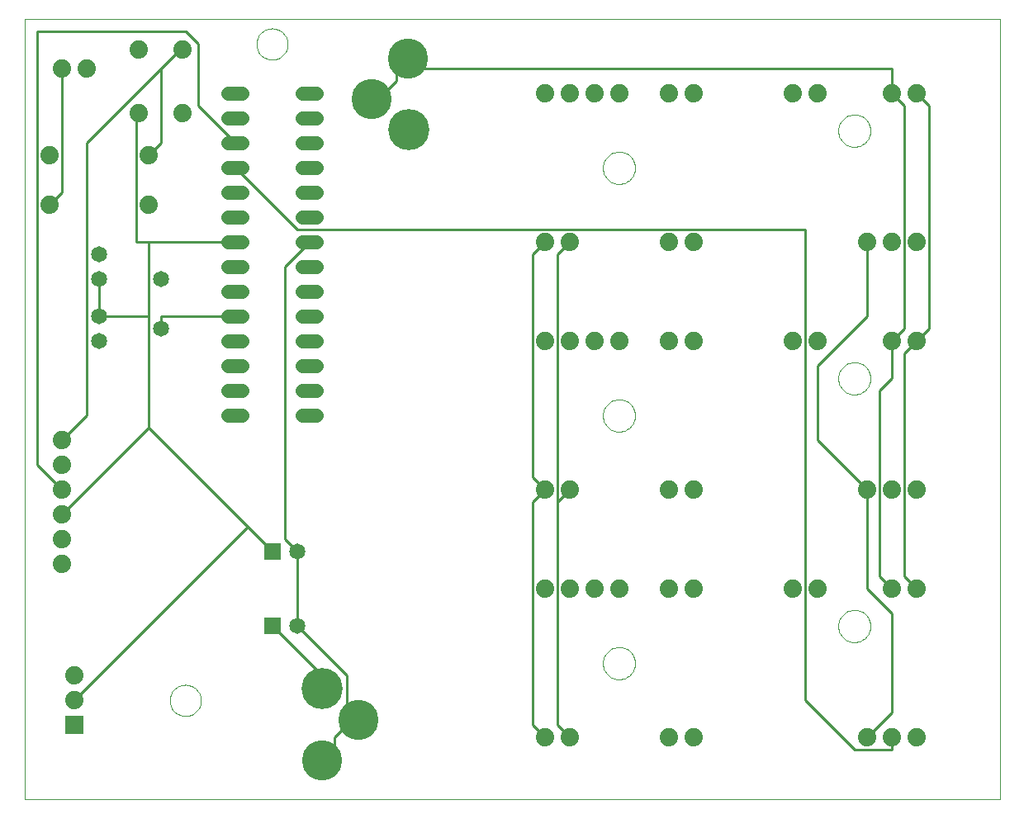
<source format=gtl>
G75*
G70*
%OFA0B0*%
%FSLAX24Y24*%
%IPPOS*%
%LPD*%
%AMOC8*
5,1,8,0,0,1.08239X$1,22.5*
%
%ADD10C,0.0000*%
%ADD11C,0.0560*%
%ADD12C,0.0650*%
%ADD13C,0.1660*%
%ADD14C,0.1620*%
%ADD15R,0.0740X0.0740*%
%ADD16C,0.0740*%
%ADD17R,0.0650X0.0650*%
%ADD18C,0.0100*%
D10*
X000101Y001502D02*
X000101Y032998D01*
X039471Y032998D01*
X039471Y001502D01*
X000101Y001502D01*
X005971Y005502D02*
X005973Y005552D01*
X005979Y005602D01*
X005989Y005651D01*
X006003Y005699D01*
X006020Y005746D01*
X006041Y005791D01*
X006066Y005835D01*
X006094Y005876D01*
X006126Y005915D01*
X006160Y005952D01*
X006197Y005986D01*
X006237Y006016D01*
X006279Y006043D01*
X006323Y006067D01*
X006369Y006088D01*
X006416Y006104D01*
X006464Y006117D01*
X006514Y006126D01*
X006563Y006131D01*
X006614Y006132D01*
X006664Y006129D01*
X006713Y006122D01*
X006762Y006111D01*
X006810Y006096D01*
X006856Y006078D01*
X006901Y006056D01*
X006944Y006030D01*
X006985Y006001D01*
X007024Y005969D01*
X007060Y005934D01*
X007092Y005896D01*
X007122Y005856D01*
X007149Y005813D01*
X007172Y005769D01*
X007191Y005723D01*
X007207Y005675D01*
X007219Y005626D01*
X007227Y005577D01*
X007231Y005527D01*
X007231Y005477D01*
X007227Y005427D01*
X007219Y005378D01*
X007207Y005329D01*
X007191Y005281D01*
X007172Y005235D01*
X007149Y005191D01*
X007122Y005148D01*
X007092Y005108D01*
X007060Y005070D01*
X007024Y005035D01*
X006985Y005003D01*
X006944Y004974D01*
X006901Y004948D01*
X006856Y004926D01*
X006810Y004908D01*
X006762Y004893D01*
X006713Y004882D01*
X006664Y004875D01*
X006614Y004872D01*
X006563Y004873D01*
X006514Y004878D01*
X006464Y004887D01*
X006416Y004900D01*
X006369Y004916D01*
X006323Y004937D01*
X006279Y004961D01*
X006237Y004988D01*
X006197Y005018D01*
X006160Y005052D01*
X006126Y005089D01*
X006094Y005128D01*
X006066Y005169D01*
X006041Y005213D01*
X006020Y005258D01*
X006003Y005305D01*
X005989Y005353D01*
X005979Y005402D01*
X005973Y005452D01*
X005971Y005502D01*
X023451Y007002D02*
X023453Y007052D01*
X023459Y007102D01*
X023469Y007152D01*
X023482Y007200D01*
X023499Y007248D01*
X023520Y007294D01*
X023544Y007338D01*
X023572Y007380D01*
X023603Y007420D01*
X023637Y007457D01*
X023674Y007492D01*
X023713Y007523D01*
X023754Y007552D01*
X023798Y007577D01*
X023844Y007599D01*
X023891Y007617D01*
X023939Y007631D01*
X023988Y007642D01*
X024038Y007649D01*
X024088Y007652D01*
X024139Y007651D01*
X024189Y007646D01*
X024239Y007637D01*
X024287Y007625D01*
X024335Y007608D01*
X024381Y007588D01*
X024426Y007565D01*
X024469Y007538D01*
X024509Y007508D01*
X024547Y007475D01*
X024582Y007439D01*
X024615Y007400D01*
X024644Y007359D01*
X024670Y007316D01*
X024693Y007271D01*
X024712Y007224D01*
X024727Y007176D01*
X024739Y007127D01*
X024747Y007077D01*
X024751Y007027D01*
X024751Y006977D01*
X024747Y006927D01*
X024739Y006877D01*
X024727Y006828D01*
X024712Y006780D01*
X024693Y006733D01*
X024670Y006688D01*
X024644Y006645D01*
X024615Y006604D01*
X024582Y006565D01*
X024547Y006529D01*
X024509Y006496D01*
X024469Y006466D01*
X024426Y006439D01*
X024381Y006416D01*
X024335Y006396D01*
X024287Y006379D01*
X024239Y006367D01*
X024189Y006358D01*
X024139Y006353D01*
X024088Y006352D01*
X024038Y006355D01*
X023988Y006362D01*
X023939Y006373D01*
X023891Y006387D01*
X023844Y006405D01*
X023798Y006427D01*
X023754Y006452D01*
X023713Y006481D01*
X023674Y006512D01*
X023637Y006547D01*
X023603Y006584D01*
X023572Y006624D01*
X023544Y006666D01*
X023520Y006710D01*
X023499Y006756D01*
X023482Y006804D01*
X023469Y006852D01*
X023459Y006902D01*
X023453Y006952D01*
X023451Y007002D01*
X032951Y008502D02*
X032953Y008552D01*
X032959Y008602D01*
X032969Y008652D01*
X032982Y008700D01*
X032999Y008748D01*
X033020Y008794D01*
X033044Y008838D01*
X033072Y008880D01*
X033103Y008920D01*
X033137Y008957D01*
X033174Y008992D01*
X033213Y009023D01*
X033254Y009052D01*
X033298Y009077D01*
X033344Y009099D01*
X033391Y009117D01*
X033439Y009131D01*
X033488Y009142D01*
X033538Y009149D01*
X033588Y009152D01*
X033639Y009151D01*
X033689Y009146D01*
X033739Y009137D01*
X033787Y009125D01*
X033835Y009108D01*
X033881Y009088D01*
X033926Y009065D01*
X033969Y009038D01*
X034009Y009008D01*
X034047Y008975D01*
X034082Y008939D01*
X034115Y008900D01*
X034144Y008859D01*
X034170Y008816D01*
X034193Y008771D01*
X034212Y008724D01*
X034227Y008676D01*
X034239Y008627D01*
X034247Y008577D01*
X034251Y008527D01*
X034251Y008477D01*
X034247Y008427D01*
X034239Y008377D01*
X034227Y008328D01*
X034212Y008280D01*
X034193Y008233D01*
X034170Y008188D01*
X034144Y008145D01*
X034115Y008104D01*
X034082Y008065D01*
X034047Y008029D01*
X034009Y007996D01*
X033969Y007966D01*
X033926Y007939D01*
X033881Y007916D01*
X033835Y007896D01*
X033787Y007879D01*
X033739Y007867D01*
X033689Y007858D01*
X033639Y007853D01*
X033588Y007852D01*
X033538Y007855D01*
X033488Y007862D01*
X033439Y007873D01*
X033391Y007887D01*
X033344Y007905D01*
X033298Y007927D01*
X033254Y007952D01*
X033213Y007981D01*
X033174Y008012D01*
X033137Y008047D01*
X033103Y008084D01*
X033072Y008124D01*
X033044Y008166D01*
X033020Y008210D01*
X032999Y008256D01*
X032982Y008304D01*
X032969Y008352D01*
X032959Y008402D01*
X032953Y008452D01*
X032951Y008502D01*
X023451Y017002D02*
X023453Y017052D01*
X023459Y017102D01*
X023469Y017152D01*
X023482Y017200D01*
X023499Y017248D01*
X023520Y017294D01*
X023544Y017338D01*
X023572Y017380D01*
X023603Y017420D01*
X023637Y017457D01*
X023674Y017492D01*
X023713Y017523D01*
X023754Y017552D01*
X023798Y017577D01*
X023844Y017599D01*
X023891Y017617D01*
X023939Y017631D01*
X023988Y017642D01*
X024038Y017649D01*
X024088Y017652D01*
X024139Y017651D01*
X024189Y017646D01*
X024239Y017637D01*
X024287Y017625D01*
X024335Y017608D01*
X024381Y017588D01*
X024426Y017565D01*
X024469Y017538D01*
X024509Y017508D01*
X024547Y017475D01*
X024582Y017439D01*
X024615Y017400D01*
X024644Y017359D01*
X024670Y017316D01*
X024693Y017271D01*
X024712Y017224D01*
X024727Y017176D01*
X024739Y017127D01*
X024747Y017077D01*
X024751Y017027D01*
X024751Y016977D01*
X024747Y016927D01*
X024739Y016877D01*
X024727Y016828D01*
X024712Y016780D01*
X024693Y016733D01*
X024670Y016688D01*
X024644Y016645D01*
X024615Y016604D01*
X024582Y016565D01*
X024547Y016529D01*
X024509Y016496D01*
X024469Y016466D01*
X024426Y016439D01*
X024381Y016416D01*
X024335Y016396D01*
X024287Y016379D01*
X024239Y016367D01*
X024189Y016358D01*
X024139Y016353D01*
X024088Y016352D01*
X024038Y016355D01*
X023988Y016362D01*
X023939Y016373D01*
X023891Y016387D01*
X023844Y016405D01*
X023798Y016427D01*
X023754Y016452D01*
X023713Y016481D01*
X023674Y016512D01*
X023637Y016547D01*
X023603Y016584D01*
X023572Y016624D01*
X023544Y016666D01*
X023520Y016710D01*
X023499Y016756D01*
X023482Y016804D01*
X023469Y016852D01*
X023459Y016902D01*
X023453Y016952D01*
X023451Y017002D01*
X032951Y018502D02*
X032953Y018552D01*
X032959Y018602D01*
X032969Y018652D01*
X032982Y018700D01*
X032999Y018748D01*
X033020Y018794D01*
X033044Y018838D01*
X033072Y018880D01*
X033103Y018920D01*
X033137Y018957D01*
X033174Y018992D01*
X033213Y019023D01*
X033254Y019052D01*
X033298Y019077D01*
X033344Y019099D01*
X033391Y019117D01*
X033439Y019131D01*
X033488Y019142D01*
X033538Y019149D01*
X033588Y019152D01*
X033639Y019151D01*
X033689Y019146D01*
X033739Y019137D01*
X033787Y019125D01*
X033835Y019108D01*
X033881Y019088D01*
X033926Y019065D01*
X033969Y019038D01*
X034009Y019008D01*
X034047Y018975D01*
X034082Y018939D01*
X034115Y018900D01*
X034144Y018859D01*
X034170Y018816D01*
X034193Y018771D01*
X034212Y018724D01*
X034227Y018676D01*
X034239Y018627D01*
X034247Y018577D01*
X034251Y018527D01*
X034251Y018477D01*
X034247Y018427D01*
X034239Y018377D01*
X034227Y018328D01*
X034212Y018280D01*
X034193Y018233D01*
X034170Y018188D01*
X034144Y018145D01*
X034115Y018104D01*
X034082Y018065D01*
X034047Y018029D01*
X034009Y017996D01*
X033969Y017966D01*
X033926Y017939D01*
X033881Y017916D01*
X033835Y017896D01*
X033787Y017879D01*
X033739Y017867D01*
X033689Y017858D01*
X033639Y017853D01*
X033588Y017852D01*
X033538Y017855D01*
X033488Y017862D01*
X033439Y017873D01*
X033391Y017887D01*
X033344Y017905D01*
X033298Y017927D01*
X033254Y017952D01*
X033213Y017981D01*
X033174Y018012D01*
X033137Y018047D01*
X033103Y018084D01*
X033072Y018124D01*
X033044Y018166D01*
X033020Y018210D01*
X032999Y018256D01*
X032982Y018304D01*
X032969Y018352D01*
X032959Y018402D01*
X032953Y018452D01*
X032951Y018502D01*
X023451Y027002D02*
X023453Y027052D01*
X023459Y027102D01*
X023469Y027152D01*
X023482Y027200D01*
X023499Y027248D01*
X023520Y027294D01*
X023544Y027338D01*
X023572Y027380D01*
X023603Y027420D01*
X023637Y027457D01*
X023674Y027492D01*
X023713Y027523D01*
X023754Y027552D01*
X023798Y027577D01*
X023844Y027599D01*
X023891Y027617D01*
X023939Y027631D01*
X023988Y027642D01*
X024038Y027649D01*
X024088Y027652D01*
X024139Y027651D01*
X024189Y027646D01*
X024239Y027637D01*
X024287Y027625D01*
X024335Y027608D01*
X024381Y027588D01*
X024426Y027565D01*
X024469Y027538D01*
X024509Y027508D01*
X024547Y027475D01*
X024582Y027439D01*
X024615Y027400D01*
X024644Y027359D01*
X024670Y027316D01*
X024693Y027271D01*
X024712Y027224D01*
X024727Y027176D01*
X024739Y027127D01*
X024747Y027077D01*
X024751Y027027D01*
X024751Y026977D01*
X024747Y026927D01*
X024739Y026877D01*
X024727Y026828D01*
X024712Y026780D01*
X024693Y026733D01*
X024670Y026688D01*
X024644Y026645D01*
X024615Y026604D01*
X024582Y026565D01*
X024547Y026529D01*
X024509Y026496D01*
X024469Y026466D01*
X024426Y026439D01*
X024381Y026416D01*
X024335Y026396D01*
X024287Y026379D01*
X024239Y026367D01*
X024189Y026358D01*
X024139Y026353D01*
X024088Y026352D01*
X024038Y026355D01*
X023988Y026362D01*
X023939Y026373D01*
X023891Y026387D01*
X023844Y026405D01*
X023798Y026427D01*
X023754Y026452D01*
X023713Y026481D01*
X023674Y026512D01*
X023637Y026547D01*
X023603Y026584D01*
X023572Y026624D01*
X023544Y026666D01*
X023520Y026710D01*
X023499Y026756D01*
X023482Y026804D01*
X023469Y026852D01*
X023459Y026902D01*
X023453Y026952D01*
X023451Y027002D01*
X032951Y028502D02*
X032953Y028552D01*
X032959Y028602D01*
X032969Y028652D01*
X032982Y028700D01*
X032999Y028748D01*
X033020Y028794D01*
X033044Y028838D01*
X033072Y028880D01*
X033103Y028920D01*
X033137Y028957D01*
X033174Y028992D01*
X033213Y029023D01*
X033254Y029052D01*
X033298Y029077D01*
X033344Y029099D01*
X033391Y029117D01*
X033439Y029131D01*
X033488Y029142D01*
X033538Y029149D01*
X033588Y029152D01*
X033639Y029151D01*
X033689Y029146D01*
X033739Y029137D01*
X033787Y029125D01*
X033835Y029108D01*
X033881Y029088D01*
X033926Y029065D01*
X033969Y029038D01*
X034009Y029008D01*
X034047Y028975D01*
X034082Y028939D01*
X034115Y028900D01*
X034144Y028859D01*
X034170Y028816D01*
X034193Y028771D01*
X034212Y028724D01*
X034227Y028676D01*
X034239Y028627D01*
X034247Y028577D01*
X034251Y028527D01*
X034251Y028477D01*
X034247Y028427D01*
X034239Y028377D01*
X034227Y028328D01*
X034212Y028280D01*
X034193Y028233D01*
X034170Y028188D01*
X034144Y028145D01*
X034115Y028104D01*
X034082Y028065D01*
X034047Y028029D01*
X034009Y027996D01*
X033969Y027966D01*
X033926Y027939D01*
X033881Y027916D01*
X033835Y027896D01*
X033787Y027879D01*
X033739Y027867D01*
X033689Y027858D01*
X033639Y027853D01*
X033588Y027852D01*
X033538Y027855D01*
X033488Y027862D01*
X033439Y027873D01*
X033391Y027887D01*
X033344Y027905D01*
X033298Y027927D01*
X033254Y027952D01*
X033213Y027981D01*
X033174Y028012D01*
X033137Y028047D01*
X033103Y028084D01*
X033072Y028124D01*
X033044Y028166D01*
X033020Y028210D01*
X032999Y028256D01*
X032982Y028304D01*
X032969Y028352D01*
X032959Y028402D01*
X032953Y028452D01*
X032951Y028502D01*
X009471Y032002D02*
X009473Y032052D01*
X009479Y032102D01*
X009489Y032151D01*
X009503Y032199D01*
X009520Y032246D01*
X009541Y032291D01*
X009566Y032335D01*
X009594Y032376D01*
X009626Y032415D01*
X009660Y032452D01*
X009697Y032486D01*
X009737Y032516D01*
X009779Y032543D01*
X009823Y032567D01*
X009869Y032588D01*
X009916Y032604D01*
X009964Y032617D01*
X010014Y032626D01*
X010063Y032631D01*
X010114Y032632D01*
X010164Y032629D01*
X010213Y032622D01*
X010262Y032611D01*
X010310Y032596D01*
X010356Y032578D01*
X010401Y032556D01*
X010444Y032530D01*
X010485Y032501D01*
X010524Y032469D01*
X010560Y032434D01*
X010592Y032396D01*
X010622Y032356D01*
X010649Y032313D01*
X010672Y032269D01*
X010691Y032223D01*
X010707Y032175D01*
X010719Y032126D01*
X010727Y032077D01*
X010731Y032027D01*
X010731Y031977D01*
X010727Y031927D01*
X010719Y031878D01*
X010707Y031829D01*
X010691Y031781D01*
X010672Y031735D01*
X010649Y031691D01*
X010622Y031648D01*
X010592Y031608D01*
X010560Y031570D01*
X010524Y031535D01*
X010485Y031503D01*
X010444Y031474D01*
X010401Y031448D01*
X010356Y031426D01*
X010310Y031408D01*
X010262Y031393D01*
X010213Y031382D01*
X010164Y031375D01*
X010114Y031372D01*
X010063Y031373D01*
X010014Y031378D01*
X009964Y031387D01*
X009916Y031400D01*
X009869Y031416D01*
X009823Y031437D01*
X009779Y031461D01*
X009737Y031488D01*
X009697Y031518D01*
X009660Y031552D01*
X009626Y031589D01*
X009594Y031628D01*
X009566Y031669D01*
X009541Y031713D01*
X009520Y031758D01*
X009503Y031805D01*
X009489Y031853D01*
X009479Y031902D01*
X009473Y031952D01*
X009471Y032002D01*
D11*
X008881Y030002D02*
X008321Y030002D01*
X008321Y029002D02*
X008881Y029002D01*
X008881Y028002D02*
X008321Y028002D01*
X008321Y027002D02*
X008881Y027002D01*
X008881Y026002D02*
X008321Y026002D01*
X008321Y025002D02*
X008881Y025002D01*
X008881Y024002D02*
X008321Y024002D01*
X008321Y023002D02*
X008881Y023002D01*
X008881Y022002D02*
X008321Y022002D01*
X008321Y021002D02*
X008881Y021002D01*
X008881Y020002D02*
X008321Y020002D01*
X008321Y019002D02*
X008881Y019002D01*
X008881Y018002D02*
X008321Y018002D01*
X008321Y017002D02*
X008881Y017002D01*
X011321Y017002D02*
X011881Y017002D01*
X011881Y018002D02*
X011321Y018002D01*
X011321Y019002D02*
X011881Y019002D01*
X011881Y020002D02*
X011321Y020002D01*
X011321Y021002D02*
X011881Y021002D01*
X011881Y022002D02*
X011321Y022002D01*
X011321Y023002D02*
X011881Y023002D01*
X011881Y024002D02*
X011321Y024002D01*
X011321Y025002D02*
X011881Y025002D01*
X011881Y026002D02*
X011321Y026002D01*
X011321Y027002D02*
X011881Y027002D01*
X011881Y028002D02*
X011321Y028002D01*
X011321Y029002D02*
X011881Y029002D01*
X011881Y030002D02*
X011321Y030002D01*
D12*
X005601Y022502D03*
X005601Y020502D03*
X003101Y021002D03*
X003101Y020002D03*
X003101Y022502D03*
X003101Y023502D03*
X011101Y011502D03*
X011101Y008502D03*
D13*
X012101Y005965D03*
X015601Y028538D03*
D14*
X014120Y029789D03*
X015591Y031420D03*
X013582Y004714D03*
X012111Y003083D03*
D15*
X002101Y004502D03*
D16*
X002101Y005502D03*
X002101Y006502D03*
X001601Y011002D03*
X001601Y012002D03*
X001601Y013002D03*
X001601Y014002D03*
X001601Y015002D03*
X001601Y016002D03*
X001101Y025502D03*
X001101Y027502D03*
X004711Y029222D03*
X005101Y027502D03*
X006491Y029222D03*
X006491Y031782D03*
X004711Y031782D03*
X002601Y031002D03*
X001601Y031002D03*
X005101Y025502D03*
X021101Y024002D03*
X022101Y024002D03*
X026101Y024002D03*
X027101Y024002D03*
X027101Y020002D03*
X026101Y020002D03*
X024101Y020002D03*
X023101Y020002D03*
X022101Y020002D03*
X021101Y020002D03*
X021101Y014002D03*
X022101Y014002D03*
X026101Y014002D03*
X027101Y014002D03*
X027101Y010002D03*
X026101Y010002D03*
X024101Y010002D03*
X023101Y010002D03*
X022101Y010002D03*
X021101Y010002D03*
X021101Y004002D03*
X022101Y004002D03*
X026101Y004002D03*
X027101Y004002D03*
X031101Y010002D03*
X032101Y010002D03*
X035101Y010002D03*
X036101Y010002D03*
X036101Y014002D03*
X035101Y014002D03*
X034101Y014002D03*
X035101Y020002D03*
X036101Y020002D03*
X032101Y020002D03*
X031101Y020002D03*
X034101Y024002D03*
X035101Y024002D03*
X036101Y024002D03*
X036101Y030002D03*
X035101Y030002D03*
X032101Y030002D03*
X031101Y030002D03*
X027101Y030002D03*
X026101Y030002D03*
X024101Y030002D03*
X023101Y030002D03*
X022101Y030002D03*
X021101Y030002D03*
X034101Y004002D03*
X035101Y004002D03*
X036101Y004002D03*
D17*
X010101Y008502D03*
X010101Y011502D03*
D18*
X009101Y012502D01*
X002101Y005502D01*
X010101Y008502D02*
X012101Y006502D01*
X012101Y005965D01*
X013101Y006502D02*
X013101Y005002D01*
X013582Y004714D01*
X013101Y004502D01*
X012601Y004002D01*
X012601Y003502D01*
X012111Y003083D01*
X013101Y006502D02*
X011101Y008502D01*
X011101Y011502D01*
X010601Y012002D01*
X010601Y023002D01*
X011601Y024002D01*
X011101Y024502D02*
X031601Y024502D01*
X031601Y005502D01*
X033601Y003502D01*
X035101Y003502D01*
X035101Y004002D01*
X035101Y005002D02*
X034101Y004002D01*
X035101Y005002D02*
X035101Y009002D01*
X034101Y010002D01*
X034101Y014002D01*
X032101Y016002D01*
X032101Y019002D01*
X034101Y021002D01*
X034101Y024002D01*
X035601Y020502D02*
X035101Y020002D01*
X035101Y018502D01*
X034601Y018002D01*
X034601Y010502D01*
X035101Y010002D01*
X035601Y010502D02*
X035601Y019502D01*
X036101Y020002D01*
X036601Y020502D01*
X036601Y029502D01*
X036101Y030002D01*
X035601Y029502D02*
X035601Y020502D01*
X035601Y029502D02*
X035101Y030002D01*
X035101Y031002D01*
X015601Y031002D01*
X015591Y031420D01*
X015101Y031002D01*
X015101Y030502D01*
X014601Y030002D01*
X014120Y029789D01*
X008601Y028002D02*
X007101Y029502D01*
X007101Y032002D01*
X006601Y032502D01*
X000601Y032502D01*
X000601Y015002D01*
X001601Y014002D01*
X001601Y013002D02*
X005101Y016502D01*
X005101Y021002D01*
X003101Y021002D01*
X003101Y022502D01*
X004601Y024002D02*
X004601Y029002D01*
X004711Y029222D01*
X005601Y028002D02*
X005601Y031002D01*
X002601Y028002D01*
X002601Y017002D01*
X001601Y016002D01*
X005101Y016502D02*
X009101Y012502D01*
X005601Y020502D02*
X005601Y021002D01*
X008601Y021002D01*
X008601Y024002D02*
X005101Y024002D01*
X005101Y021002D01*
X005101Y024002D02*
X004601Y024002D01*
X001601Y026002D02*
X001601Y031002D01*
X005601Y031002D02*
X006601Y032002D01*
X006491Y031782D01*
X005601Y028002D02*
X005101Y027502D01*
X001601Y026002D02*
X001101Y025502D01*
X008601Y027002D02*
X011101Y024502D01*
X020601Y023502D02*
X021101Y024002D01*
X021601Y023502D02*
X021601Y013502D01*
X022101Y014002D01*
X021601Y013502D02*
X021601Y004502D01*
X022101Y004002D01*
X021101Y004002D02*
X020601Y004502D01*
X020601Y013502D01*
X021101Y014002D01*
X020601Y014502D01*
X020601Y023502D01*
X021601Y023502D02*
X022101Y024002D01*
X035601Y010502D02*
X036101Y010002D01*
M02*

</source>
